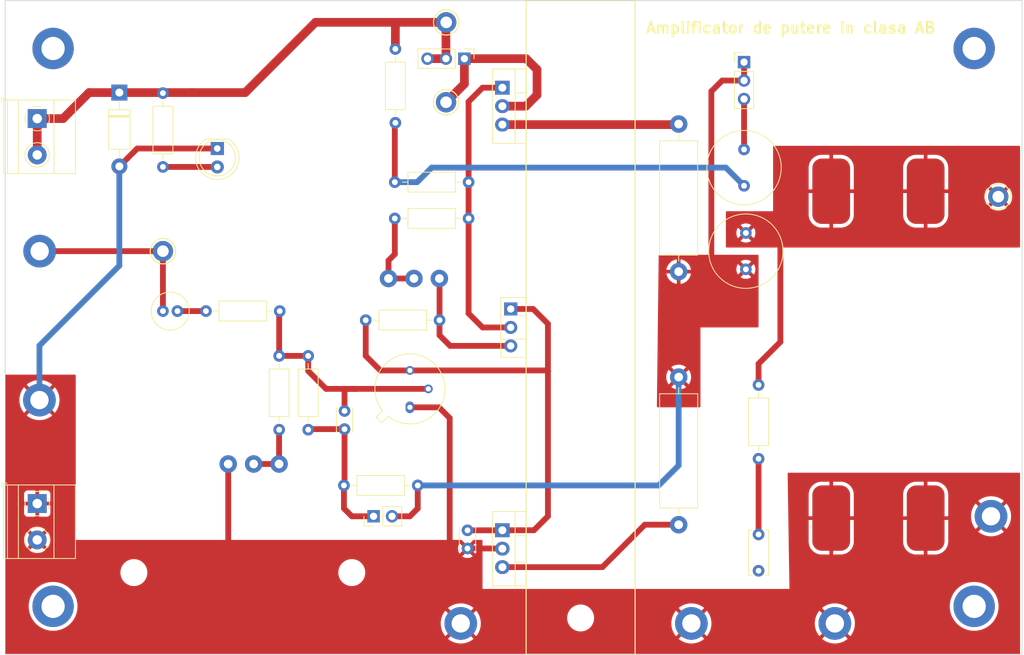
<source format=kicad_pcb>
(kicad_pcb (version 20221018) (generator pcbnew)
  (layers (0 "F.Cu" signal) (31 "B.Cu" signal) (34 "B.Paste" user) (35 "F.Paste" user) (36 "B.SilkS" user "B.Silkscreen") (37 "F.SilkS" user "F.Silkscreen") (38 "B.Mask" user) (39 "F.Mask" user) (44 "Edge.Cuts" user))
  (net 0 "")
  (net 1 "IN")
  (net 2 "Net-(C1-Pad2)")
  (net 3 "Net-(C2-Pad1)")
  (net 4 "Net-(J1-Pin_3)")
  (net 5 "Net-(J1-Pin_1)")
  (net 6 "Net-(C3-Pad2)")
  (net 7 "Net-(J3-Pin_1)")
  (net 8 "Net-(Q1-B)")
  (net 9 "GND")
  (net 10 "Net-(Q1-C)")
  (net 11 "Net-(Ccmp3-Pad2)")
  (net 12 "Net-(D1-A)")
  (net 13 "VDC")
  (net 14 "Net-(J2-Pin_1)")
  (net 15 "Net-(P1-Pad1)")
  (net 16 "Net-(Q4-B)")
  (net 17 "Net-(P2-Pad1)")
  (net 18 "Net-(Q2-B)")
  (net 19 "Net-(Q2-E)")
  (net 20 "Net-(Q3-E)")
  (footprint "Capacitor_THT:C_Radial_D10.0mm_H16.0mm_P5.00mm" (layer "F.Cu") (at 183.25 87 90)
    (fp_text reference "C3" hide)
    (fp_text value "1000uF" hide)
    (fp_circle (center 2.5 0) (end 7.62 0) (stroke (width 0.12)) (fill none) (layer "F.SilkS"))
    (pad "1" thru_hole circle (at 0 0 90) (size 1.6 1.6) (drill 0.8) (layers "*.Cu" "*.Mask") (net 5 "Net-(J1-Pin_1)"))
    (pad "2" thru_hole circle (at 5 0 90) (size 1.6 1.6) (drill 0.8) (layers "*.Cu" "*.Mask") (net 6 "Net-(C3-Pad2)"))
  )
  (footprint "Resistor_THT:R_Axial_DIN0207_L6.3mm_D2.5mm_P10.16mm_Horizontal" (layer "F.Cu") (at 119 109.08 90)
    (fp_text reference "R2" hide)
    (fp_text value "10k" hide)
    (fp_line (start 1.04 0) (end 1.81 0) (stroke (width 0.12)) (layer "F.SilkS"))
    (fp_line (start 1.81 -1.37) (end 1.81 1.37) (stroke (width 0.12)) (layer "F.SilkS"))
    (fp_line (start 1.81 1.37) (end 8.35 1.37) (stroke (width 0.12)) (layer "F.SilkS"))
    (fp_line (start 8.35 -1.37) (end 1.81 -1.37) (stroke (width 0.12)) (layer "F.SilkS"))
    (fp_line (start 8.35 1.37) (end 8.35 -1.37) (stroke (width 0.12)) (layer "F.SilkS"))
    (fp_line (start 9.12 0) (end 8.35 0) (stroke (width 0.12)) (layer "F.SilkS"))
    (pad "1" thru_hole circle (at 0 0 90) (size 1.6 1.6) (drill 0.8) (layers "*.Cu" "*.Mask") (net 17 "Net-(P2-Pad1)"))
    (pad "2" thru_hole oval (at 10.16 0 90) (size 1.6 1.6) (drill 0.8) (layers "*.Cu" "*.Mask") (net 8 "Net-(Q1-B)"))
  )
  (footprint "MountingHole:MountingHole_3.2mm_M3_ISO7380_Pad_TopBottom" (layer "F.Cu") (at 214.68 133.4)
    (fp_text reference "H1" hide)
    (fp_text value "MountingHole" hide)
    (pad "1" thru_hole circle (at 0 0) (size 3.6 3.6) (drill 3.2) (layers "*.Cu" "*.Mask"))
    (pad "1" connect circle (at 0 0) (size 5.7 5.7) (layers "F.Cu" "F.Mask"))
    (pad "1" connect circle (at 0 0) (size 5.7 5.7) (layers "B.Cu" "B.Mask"))
  )
  (footprint "User_Footprints_Global:Custom Potentiometer footprint" (layer "F.Cu") (at 115.489602 113.802184 180)
    (fp_text reference "P2" hide)
    (fp_text value "10k" hide)
    (pad "1" thru_hole circle (at -3.5 0 180) (size 2.4 2.4) (drill 1.2) (layers "*.Cu" "*.Mask") (net 17 "Net-(P2-Pad1)"))
    (pad "2" thru_hole circle (at 0 0 180) (size 2.4 2.4) (drill 1.2) (layers "*.Cu" "*.Mask") (net 17 "Net-(P2-Pad1)"))
    (pad "3" thru_hole circle (at 3.5 0 180) (size 2.4 2.4) (drill 1.2) (layers "*.Cu" "*.Mask") (net 9 "GND"))
  )
  (footprint "MountingHole:MountingHole_3.2mm_M3_ISO7380_Pad_TopBottom" (layer "F.Cu") (at 214.68 56.6)
    (fp_text reference "H3" hide)
    (fp_text value "MountingHole" hide)
    (pad "1" thru_hole circle (at 0 0) (size 3.6 3.6) (drill 3.2) (layers "*.Cu" "*.Mask"))
    (pad "1" connect circle (at 0 0) (size 5.7 5.7) (layers "F.Cu" "F.Mask"))
    (pad "1" connect circle (at 0 0) (size 5.7 5.7) (layers "B.Cu" "B.Mask"))
  )
  (footprint "User_Footprints_Global:TestPoint" (layer "F.Cu") (at 144 135.75)
    (fp_text reference "TP8" hide)
    (fp_text value "TestPoint" hide)
    (pad "1" thru_hole circle (at 0 0) (size 4.5 4.5) (drill 2.52) (layers "*.Cu" "*.Mask") (net 9 "GND"))
  )
  (footprint "MountingHole:MountingHole_3.2mm_M3_ISO7380_Pad_TopBottom" (layer "F.Cu") (at 87.88 133.4)
    (fp_text reference "H4" hide)
    (fp_text value "MountingHole" hide)
    (pad "1" thru_hole circle (at 0 0) (size 3.6 3.6) (drill 3.2) (layers "*.Cu" "*.Mask"))
    (pad "1" connect circle (at 0 0) (size 5.7 5.7) (layers "F.Cu" "F.Mask"))
    (pad "1" connect circle (at 0 0) (size 5.7 5.7) (layers "B.Cu" "B.Mask"))
  )
  (footprint "Resistor_THT:R_Axial_DIN0516_L15.5mm_D5.0mm_P20.32mm_Horizontal" (layer "F.Cu") (at 174 101.84 -90)
    (fp_text reference "R9" hide)
    (fp_text value "0.56" hide)
    (fp_line (start 1.44 0) (end 2.29 0) (stroke (width 0.12)) (layer "F.SilkS"))
    (fp_line (start 2.29 -2.62) (end 2.29 2.62) (stroke (width 0.12)) (layer "F.SilkS"))
    (fp_line (start 2.29 2.62) (end 18.03 2.62) (stroke (width 0.12)) (layer "F.SilkS"))
    (fp_line (start 18.03 -2.62) (end 2.29 -2.62) (stroke (width 0.12)) (layer "F.SilkS"))
    (fp_line (start 18.03 2.62) (end 18.03 -2.62) (stroke (width 0.12)) (layer "F.SilkS"))
    (fp_line (start 18.88 0) (end 18.03 0) (stroke (width 0.12)) (layer "F.SilkS"))
    (pad "1" thru_hole circle (at 0 0 270) (size 2.4 2.4) (drill 1.2) (layers "*.Cu" "*.Mask") (net 5 "Net-(J1-Pin_1)"))
    (pad "2" thru_hole oval (at 20.32 0 270) (size 2.4 2.4) (drill 1.2) (layers "*.Cu" "*.Mask") (net 20 "Net-(Q3-E)"))
  )
  (footprint "MountingHole:MountingHole_3.2mm_M3" (layer "F.Cu") (at 160.5 55)
    (fp_text reference "H7" hide)
    (fp_text value "MountingHole" hide)
    (pad "" np_thru_hole circle (at 0 0) (size 3.2 3.2) (drill 3.2) (layers "*.Cu" "*.Mask"))
  )
  (footprint "Resistor_THT:R_Axial_DIN0516_L15.5mm_D5.0mm_P20.32mm_Horizontal" (layer "F.Cu") (at 174 67 -90)
    (fp_text reference "R8" hide)
    (fp_text value "0.56" hide)
    (fp_line (start 1.44 0) (end 2.29 0) (stroke (width 0.12)) (layer "F.SilkS"))
    (fp_line (start 2.29 -2.62) (end 2.29 2.62) (stroke (width 0.12)) (layer "F.SilkS"))
    (fp_line (start 2.29 2.62) (end 18.03 2.62) (stroke (width 0.12)) (layer "F.SilkS"))
    (fp_line (start 18.03 -2.62) (end 2.29 -2.62) (stroke (width 0.12)) (layer "F.SilkS"))
    (fp_line (start 18.03 2.62) (end 18.03 -2.62) (stroke (width 0.12)) (layer "F.SilkS"))
    (fp_line (start 18.88 0) (end 18.03 0) (stroke (width 0.12)) (layer "F.SilkS"))
    (pad "1" thru_hole circle (at 0 0 270) (size 2.4 2.4) (drill 1.2) (layers "*.Cu" "*.Mask") (net 19 "Net-(Q2-E)"))
    (pad "2" thru_hole oval (at 20.32 0 270) (size 2.4 2.4) (drill 1.2) (layers "*.Cu" "*.Mask") (net 5 "Net-(J1-Pin_1)"))
  )
  (footprint "User_Footprints_Global:TestPoint" (layer "F.Cu") (at 217 121)
    (fp_text reference "TP7" hide)
    (fp_text value "TestPoint" hide)
    (pad "1" thru_hole circle (at 0 0) (size 4.5 4.5) (drill 2.52) (layers "*.Cu" "*.Mask") (net 9 "GND"))
  )
  (footprint "Resistor_THT:R_Axial_DIN0207_L6.3mm_D2.5mm_P10.16mm_Horizontal" (layer "F.Cu") (at 130.92 94)
    (fp_text reference "R4" hide)
    (fp_text value "3k" hide)
    (fp_line (start 1.04 0) (end 1.81 0) (stroke (width 0.12)) (layer "F.SilkS"))
    (fp_line (start 1.81 -1.37) (end 1.81 1.37) (stroke (width 0.12)) (layer "F.SilkS"))
    (fp_line (start 1.81 1.37) (end 8.35 1.37) (stroke (width 0.12)) (layer "F.SilkS"))
    (fp_line (start 8.35 -1.37) (end 1.81 -1.37) (stroke (width 0.12)) (layer "F.SilkS"))
    (fp_line (start 8.35 1.37) (end 8.35 -1.37) (stroke (width 0.12)) (layer "F.SilkS"))
    (fp_line (start 9.12 0) (end 8.35 0) (stroke (width 0.12)) (layer "F.SilkS"))
    (pad "1" thru_hole circle (at 0 0) (size 1.6 1.6) (drill 0.8) (layers "*.Cu" "*.Mask") (net 10 "Net-(Q1-C)"))
    (pad "2" thru_hole oval (at 10.16 0) (size 1.6 1.6) (drill 0.8) (layers "*.Cu" "*.Mask") (net 16 "Net-(Q4-B)"))
  )
  (footprint "Connector_PinHeader_2.54mm:PinHeader_1x03_P2.54mm_Vertical" (layer "F.Cu") (at 183 58.475)
    (fp_text reference "J1" hide)
    (fp_text value "Conn_01x03_Male" hide)
    (fp_line (start -1.33 -1.33) (end 0 -1.33) (stroke (width 0.12)) (layer "F.SilkS"))
    (fp_line (start -1.33 0) (end -1.33 -1.33) (stroke (width 0.12)) (layer "F.SilkS"))
    (fp_line (start -1.33 1.27) (end -1.33 6.41) (stroke (width 0.12)) (layer "F.SilkS"))
    (fp_line (start -1.33 1.27) (end 1.33 1.27) (stroke (width 0.12)) (layer "F.SilkS"))
    (fp_line (start -1.33 6.41) (end 1.33 6.41) (stroke (width 0.12)) (layer "F.SilkS"))
    (fp_line (start 1.33 1.27) (end 1.33 6.41) (stroke (width 0.12)) (layer "F.SilkS"))
    (pad "1" thru_hole rect (at 0 0) (size 1.7 1.7) (drill 1) (layers "*.Cu" "*.Mask") (net 5 "Net-(J1-Pin_1)"))
    (pad "2" thru_hole oval (at 0 2.54) (size 1.7 1.7) (drill 1) (layers "*.Cu" "*.Mask") (net 5 "Net-(J1-Pin_1)"))
    (pad "3" thru_hole oval (at 0 5.08) (size 1.7 1.7) (drill 1) (layers "*.Cu" "*.Mask") (net 4 "Net-(J1-Pin_3)"))
  )
  (footprint "User_Footprints_Global:TestPoint" (layer "F.Cu") (at 85.470812 105)
    (fp_text reference "TP6" hide)
    (fp_text value "TestPoint" hide)
    (pad "1" thru_hole circle (at 0.529188 0) (size 4.5 4.5) (drill 2.52) (layers "*.Cu" "*.Mask") (net 9 "GND"))
  )
  (footprint "User_Footprints_Global:Kesytone TP Multipurpose 5013" (layer "F.Cu") (at 218 77)
    (fp_text reference "TP4" hide)
    (fp_text value "TestPoint")
    (fp_circle (center 0 0) (end 1.75 0) (stroke (width 0.15)) (fill none) (layer "F.SilkS"))
    (pad "1" thru_hole circle (at 0 0) (size 2.8 2.8) (drill 1.6) (layers "*.Cu" "*.Mask") (net 6 "Net-(C3-Pad2)"))
  )
  (footprint "User_Footprints_Global:Power resistor 50R" (layer "F.Cu") (at 208 98.75 90)
    (fp_text reference "RL2" hide)
    (fp_text value "50" hide)
    (pad "1" smd roundrect (at -22.5 0 90) (size 9 5.2) (layers "F.Cu" "F.Paste" "F.Mask") (net 9 "GND"))
    (pad "2" smd roundrect (at 22.5 0 90) (size 9 5.2) (layers "F.Cu" "F.Paste" "F.Mask") (net 6 "Net-(C3-Pad2)"))
  )
  (footprint "User_Footprints_Global:TestPoint" (layer "F.Cu") (at 175.75 135.75)
    (fp_text reference "TP9" hide)
    (fp_text value "TestPoint" hide)
    (pad "1" thru_hole circle (at 0 0) (size 4.5 4.5) (drill 2.52) (layers "*.Cu" "*.Mask") (net 9 "GND"))
  )
  (footprint "Capacitor_THT:C_Radial_D5.0mm_H11.0mm_P2.00mm" (layer "F.Cu") (at 103 92.75)
    (fp_text reference "C1" hide)
    (fp_text value "22uF" hide)
    (fp_circle (center 1 0) (end 3.62 0) (stroke (width 0.12)) (fill none) (layer "F.SilkS"))
    (pad "1" thru_hole circle (at 0 0) (size 1.6 1.6) (drill 0.8) (layers "*.Cu" "*.Mask") (net 1 "IN"))
    (pad "2" thru_hole circle (at 2 0) (size 1.6 1.6) (drill 0.8) (layers "*.Cu" "*.Mask") (net 2 "Net-(C1-Pad2)"))
  )
  (footprint "Resistor_THT:R_Axial_DIN0207_L6.3mm_D2.5mm_P10.16mm_Horizontal" (layer "F.Cu") (at 135 56.67 -90)
    (fp_text reference "R7" hide)
    (fp_text value "330" hide)
    (fp_line (start 1.04 0) (end 1.81 0) (stroke (width 0.12)) (layer "F.SilkS"))
    (fp_line (start 1.81 -1.37) (end 1.81 1.37) (stroke (width 0.12)) (layer "F.SilkS"))
    (fp_line (start 1.81 1.37) (end 8.35 1.37) (stroke (width 0.12)) (layer "F.SilkS"))
    (fp_line (start 8.35 -1.37) (end 1.81 -1.37) (stroke (width 0.12)) (layer "F.SilkS"))
    (fp_line (start 8.35 1.37) (end 8.35 -1.37) (stroke (width 0.12)) (layer "F.SilkS"))
    (fp_line (start 9.12 0) (end 8.35 0) (stroke (width 0.12)) (layer "F.SilkS"))
    (pad "1" thru_hole circle (at 0 0 270) (size 1.6 1.6) (drill 0.8) (layers "*.Cu" "*.Mask") (net 13 "VDC"))
    (pad "2" thru_hole oval (at 10.16 0 270) (size 1.6 1.6) (drill 0.8) (layers "*.Cu" "*.Mask") (net 3 "Net-(C2-Pad1)"))
  )
  (footprint "User_Footprints_Global:Kesytone TP Multipurpose 5013" (layer "F.Cu") (at 142 53)
    (fp_text reference "TP2" hide)
    (fp_text value "TestPoint")
    (fp_circle (center 0 0) (end 1.75 0) (stroke (width 0.15)) (fill none) (layer "F.SilkS"))
    (pad "1" thru_hole circle (at 0 0) (size 2.8 2.8) (drill 1.6) (layers "*.Cu" "*.Mask") (net 13 "VDC"))
  )
  (footprint "Resistor_THT:R_Axial_DIN0207_L6.3mm_D2.5mm_P10.16mm_Horizontal" (layer "F.Cu") (at 108.92 92.75)
    (fp_text reference "R1" hide)
    (fp_text value "20k" hide)
    (fp_line (start 1.04 0) (end 1.81 0) (stroke (width 0.12)) (layer "F.SilkS"))
    (fp_line (start 1.81 -1.37) (end 1.81 1.37) (stroke (width 0.12)) (layer "F.SilkS"))
    (fp_line (start 1.81 1.37) (end 8.35 1.37) (stroke (width 0.12)) (layer "F.SilkS"))
    (fp_line (start 8.35 -1.37) (end 1.81 -1.37) (stroke (width 0.12)) (layer "F.SilkS"))
    (fp_line (start 8.35 1.37) (end 8.35 -1.37) (stroke (width 0.12)) (layer "F.SilkS"))
    (fp_line (start 9.12 0) (end 8.35 0) (stroke (width 0.12)) (layer "F.SilkS"))
    (pad "1" thru_hole circle (at 0 0) (size 1.6 1.6) (drill 0.8) (layers "*.Cu" "*.Mask") (net 2 "Net-(C1-Pad2)"))
    (pad "2" thru_hole oval (at 10.16 0) (size 1.6 1.6) (drill 0.8) (layers "*.Cu" "*.Mask") (net 8 "Net-(Q1-B)"))
  )
  (footprint "Resistor_THT:R_Axial_DIN0207_L6.3mm_D2.5mm_P10.16mm_Horizontal" (layer "F.Cu") (at 103 62.744485 -90)
    (fp_text reference "R10" hide)
    (fp_text value "5 k" hide)
    (fp_line (start 1.04 0) (end 1.81 0) (stroke (width 0.12)) (layer "F.SilkS"))
    (fp_line (start 1.81 -1.37) (end 1.81 1.37) (stroke (width 0.12)) (layer "F.SilkS"))
    (fp_line (start 1.81 1.37) (end 8.35 1.37) (stroke (width 0.12)) (layer "F.SilkS"))
    (fp_line (start 8.35 -1.37) (end 1.81 -1.37) (stroke (width 0.12)) (layer "F.SilkS"))
    (fp_line (start 8.35 1.37) (end 8.35 -1.37) (stroke (width 0.12)) (layer "F.SilkS"))
    (fp_line (start 9.12 0) (end 8.35 0) (stroke (width 0.12)) (layer "F.SilkS"))
    (pad "1" thru_hole circle (at 0 0 270) (size 1.6 1.6) (drill 0.8) (layers "*.Cu" "*.Mask") (net 13 "VDC"))
    (pad "2" thru_hole oval (at 10.16 0 270) (size 1.6 1.6) (drill 0.8) (layers "*.Cu" "*.Mask") (net 12 "Net-(D1-A)"))
  )
  (footprint "Package_TO_SOT_THT:TO-220-3_Vertical" (layer "F.Cu") (at 149.73 122.92 -90)
    (fp_text reference "Q3" hide)
    (fp_text value "BDX54" hide)
    (fp_line (start -2.58 -3.27) (end -2.58 1.371) (stroke (width 0.12)) (layer "F.SilkS"))
    (fp_line (start -2.58 -3.27) (end 7.66 -3.27) (stroke (width 0.12)) (layer "F.SilkS"))
    (fp_line (start -2.58 -1.76) (end 7.66 -1.76) (stroke (width 0.12)) (layer "F.SilkS"))
    (fp_line (start -2.58 1.371) (end 7.66 1.371) (stroke (width 0.12)) (layer "F.SilkS"))
    (fp_line (start 0.69 -3.27) (end 0.69 -1.76) (stroke (width 0.12)) (layer "F.SilkS"))
    (fp_line (start 4.391 -3.27) (end 4.391 -1.76) (stroke (width 0.12)) (layer "F.SilkS"))
    (fp_line (start 7.66 -3.27) (end 7.66 1.371) (stroke (width 0.12)) (layer "F.SilkS"))
    (pad "1" thru_hole rect (at 0 0 270) (size 1.905 2) (drill 1.1) (layers "*.Cu" "*.Mask") (net 10 "Net-(Q1-C)"))
    (pad "2" thru_hole oval (at 2.54 0 270) (size 1.905 2) (drill 1.1) (layers "*.Cu" "*.Mask") (net 9 "GND"))
    (pad "3" thru_hole oval (at 5.08 0 270) (size 1.905 2) (drill 1.1) (layers "*.Cu" "*.Mask") (net 20 "Net-(Q3-E)"))
  )
  (footprint "TerminalBlock_Phoenix:TerminalBlock_Phoenix_MKDS-1,5-2_1x02_P5.00mm_Horizontal" (layer "F.Cu") (at 85.695 119.25 -90)
    (fp_text reference "J5" hide)
    (fp_text value "Screw_Terminal_01x02" hide)
    (fp_line (start -2.8 4.16) (end -2.8 4.9) (stroke (width 0.12)) (layer "F.SilkS"))
    (fp_line (start -2.8 4.9) (end -2.3 4.9) (stroke (width 0.12)) (layer "F.SilkS"))
    (fp_line (start -2.56 -5.261) (end -2.56 4.66) (stroke (width 0.12)) (layer "F.SilkS"))
    (fp_line (start -2.56 -5.261) (end 7.56 -5.261) (stroke (width 0.12)) (layer "F.SilkS"))
    (fp_line (start -2.56 -2.301) (end 7.56 -2.301) (stroke (width 0.12)) (layer "F.SilkS"))
    (fp_line (start -2.56 2.6) (end 7.56 2.6) (stroke (width 0.12)) (layer "F.SilkS"))
    (fp_line (start -2.56 4.1) (end 7.56 4.1) (stroke (width 0.12)) (layer "F.SilkS"))
    (fp_line (start -2.56 4.66) (end 7.56 4.66) (stroke (width 0.12)) (layer "F.SilkS"))
    (fp_line (start 3.773 1.023) (end 3.726 1.069) (stroke (width 0.12)) (layer "F.SilkS"))
    (fp_line (start 3.966 1.239) (end 3.931 1.274) (stroke (width 0.12)) (layer "F.SilkS"))
    (fp_line (start 6.07 -1.275) (end 6.035 -1.239) (stroke (width 0.12)) (layer "F.SilkS"))
    (fp_line (start 6.275 -1.069) (end 6.228 -1.023) (stroke (width 0.12)) (layer "F.SilkS"))
    (fp_line (start 7.56 -5.261) (end 7.56 4.66) (stroke (width 0.12)) (layer "F.SilkS"))
    (fp_arc (start -1.535427 0.683042) (mid -1.680501 -0.000524) (end -1.535 -0.684) (stroke (width 0.12)) (layer "F.SilkS"))
    (fp_arc (start -0.683042 -1.535427) (mid 0.000524 -1.680501) (end 0.684 -1.535) (stroke (width 0.12)) (layer "F.SilkS"))
    (fp_arc (start 0.028805 1.680253) (mid -0.335551 1.646659) (end -0.684 1.535) (stroke (width 0.12)) (layer "F.SilkS"))
    (fp_arc (start 0.683318 1.534756) (mid 0.349292 1.643288) (end 0 1.68) (stroke (width 0.12)) (layer "F.SilkS"))
    (fp_arc (start 1.535427 -0.683042) (mid 1.680501 0.000524) (end 1.535 0.684) (stroke (width 0.12)) (layer "F.SilkS"))
    (fp_circle (center 5 0) (end 6.68 0) (stroke (width 0.12)) (fill none) (layer "F.SilkS"))
    (pad "1" thru_hole rect (at 0 0 270) (size 2.6 2.6) (drill 1.3) (layers "*.Cu" "*.Mask") (net 9 "GND"))
    (pad "2" thru_hole circle (at 5 0 270) (size 2.6 2.6) (drill 1.3) (layers "*.Cu" "*.Mask") (net 9 "GND"))
  )
  (footprint "User_Footprints_Global:Custom Potentiometer footprint" (layer "F.Cu") (at 137.555906 88.264202)
    (fp_text reference "P1" hide)
    (fp_text value "5k" hide)
    (pad "1" thru_hole circle (at -3.5 0) (size 2.4 2.4) (drill 1.2) (layers "*.Cu" "*.Mask") (net 15 "Net-(P1-Pad1)"))
    (pad "2" thru_hole circle (at 0 0) (size 2.4 2.4) (drill 1.2) (layers "*.Cu" "*.Mask") (net 15 "Net-(P1-Pad1)"))
    (pad "3" thru_hole circle (at 3.5 0) (size 2.4 2.4) (drill 1.2) (layers "*.Cu" "*.Mask") (net 16 "Net-(Q4-B)"))
  )
  (footprint "Resistor_THT:R_Axial_DIN0207_L6.3mm_D2.5mm_P10.16mm_Horizontal" (layer "F.Cu") (at 185 113.08 90)
    (fp_text reference "Rcmp2" hide)
    (fp_text value "10" hide)
    (fp_line (start 1.04 0) (end 1.81 0) (stroke (width 0.12)) (layer "F.SilkS"))
    (fp_line (start 1.81 -1.37) (end 1.81 1.37) (stroke (width 0.12)) (layer "F.SilkS"))
    (fp_line (start 1.81 1.37) (end 8.35 1.37) (stroke (width 0.12)) (layer "F.SilkS"))
    (fp_line (start 8.35 -1.37) (end 1.81 -1.37) (stroke (width 0.12)) (layer "F.SilkS"))
    (fp_line (start 8.35 1.37) (end 8.35 -1.37) (stroke (width 0.12)) (layer "F.SilkS"))
    (fp_line (start 9.12 0) (end 8.35 0) (stroke (width 0.12)) (layer "F.SilkS"))
    (pad "1" thru_hole circle (at 0 0 90) (size 1.6 1.6) (drill 0.8) (layers "*.Cu" "*.Mask") (net 11 "Net-(Ccmp3-Pad2)"))
    (pad "2" thru_hole oval (at 10.16 0 90) (size 1.6 1.6) (drill 0.8) (layers "*.Cu" "*.Mask") (net 6 "Net-(C3-Pad2)"))
  )
  (footprint "User_Footprints_Global:Kesytone TP Multipurpose 5013" (layer "F.Cu") (at 103 84.5)
    (fp_text reference "TP1" hide)
    (fp_text value "TestPoint" hide)
    (fp_circle (center 0 0) (end 1.75 0) (stroke (width 0.15)) (fill none) (layer "F.SilkS"))
    (pad "1" thru_hole circle (at 0 0) (size 2.8 2.8) (drill 1.6) (layers "*.Cu" "*.Mask") (net 1 "IN"))
  )
  (footprint "Capacitor_THT:C_Radial_D10.0mm_H20.0mm_P5.00mm" (layer "F.Cu") (at 183 75.5 90)
    (fp_text reference "C2" hide)
    (fp_text value "680uF" hide)
    (fp_circle (center 2.5 0) (end 7.62 0) (stroke (width 0.12)) (fill none) (layer "F.SilkS"))
    (pad "1" thru_hole circle (at 0 0 90) (size 1.6 1.6) (drill 0.8) (layers "*.Cu" "*.Mask") (net 3 "Net-(C2-Pad1)"))
    (pad "2" thru_hole circle (at 5 0 90) (size 1.6 1.6) (drill 0.8) (layers "*.Cu" "*.Mask") (net 4 "Net-(J1-Pin_3)"))
  )
  (footprint "MountingHole:MountingHole_3.2mm_M3" (layer "F.Cu") (at 129 128.75)
    (fp_text reference "H5" hide)
    (fp_text value "MountingHole" hide)
    (pad "" np_thru_hole circle (at 0 0) (size 3.2 3.2) (drill 3.2) (layers "*.Cu" "*.Mask"))
  )
  (footprint "Diode_THT:D_DO-41_SOD81_P10.16mm_Horizontal" (layer "F.Cu") (at 97 62.67 -90)
    (fp_text reference "D2" hide)
    (fp_text value "1N4001" hide)
    (fp_line (start 1.34 0) (end 2.36 0) (stroke (width 0.12)) (layer "F.SilkS"))
    (fp_line (start 2.36 -1.47) (end 2.36 1.47) (stroke (width 0.12)) (layer "F.SilkS"))
    (fp_line (start 2.36 1.47) (end 7.8 1.47) (stroke (width 0.12)) (layer "F.SilkS"))
    (fp_line (start 3.14 -1.47) (end 3.14 1.47) (stroke (width 0.12)) (layer "F.SilkS"))
    (fp_line (start 3.26 -1.47) (end 3.26 1.47) (stroke (width 0.12)) (layer "F.SilkS"))
    (fp_line (start 3.38 -1.47) (end 3.38 1.47) (stroke (width 0.12)) (layer "F.SilkS"))
    (fp_line (start 7.8 -1.47) (end 2.36 -1.47) (stroke (width 0.12)) (layer "F.SilkS"))
    (fp_line (start 7.8 1.47) (end 7.8 -1.47) (stroke (width 0.12)) (layer "F.SilkS"))
    (fp_line (start 8.82 0) (end 7.8 0) (stroke (width 0.12)) (layer "F.SilkS"))
    (pad "1" thru_hole rect (at 0 0 270) (size 2.2 2.2) (drill 1.1) (layers "*.Cu" "*.Mask") (net 13 "VDC"))
    (pad "2" thru_hole oval (at 10.16 0 270) (size 2.2 2.2) (drill 1.1) (layers "*.Cu" "*.Mask") (net 9 "GND"))
  )
  (footprint "Resistor_THT:R_Axial_DIN0207_L6.3mm_D2.5mm_P10.16mm_Horizontal" (layer "F.Cu") (at 134.92 80)
    (fp_text reference "R5" hide)
    (fp_text value "330" hide)
    (fp_line (start 1.04 0) (end 1.81 0) (stroke (width 0.12)) (layer "F.SilkS"))
    (fp_line (start 1.81 -1.37) (end 1.81 1.37) (stroke (width 0.12)) (layer "F.SilkS"))
    (fp_line (start 1.81 1.37) (end 8.35 1.37) (stroke (width 0.12)) (layer "F.SilkS"))
    (fp_line (start 8.35 -1.37) (end 1.81 -1.37) (stroke (width 0.12)) (layer "F.SilkS"))
    (fp_line (start 8.35 1.37) (end 8.35 -1.37) (stroke (width 0.12)) (layer "F.SilkS"))
    (fp_line (start 9.12 0) (end 8.35 0) (stroke (width 0.12)) (layer "F.SilkS"))
    (pad "1" thru_hole circle (at 0 0) (size 1.6 1.6) (drill 0.8) (layers "*.Cu" "*.Mask") (net 15 "Net-(P1-Pad1)"))
    (pad "2" thru_hole oval (at 10.16 0) (size 1.6 1.6) (drill 0.8) (layers "*.Cu" "*.Mask") (net 18 "Net-(Q2-B)"))
  )
  (footprint "MountingHole:MountingHole_3.2mm_M3_ISO7380_Pad_TopBottom" (layer "F.Cu") (at 87.88 56.6)
    (fp_text reference "H2" hide)
    (fp_text value "MountingHole" hide)
    (pad "1" thru_hole circle (at 0 0) (size 3.6 3.6) (drill 3.2) (layers "*.Cu" "*.Mask"))
    (pad "1" connect circle (at 0 0) (size 5.7 5.7) (layers "F.Cu" "F.Mask"))
    (pad "1" connect circle (at 0 0) (size 5.7 5.7) (layers "B.Cu" "B.Mask"))
  )
  (footprint "Capacitor_THT:C_Disc_D3.0mm_W2.0mm_P2.50mm" (layer "F.Cu") (at 144.928046 125.430694 90)
    (fp_text reference "Ccmp2" hide)
    (fp_text value "100pF" hide)
    (fp_line (start -0.37 -1.12) (end -0.37 -1.055) (stroke (width 0.12)) (layer "F.SilkS"))
    (fp_line (start -0.37 -1.12) (end 2.87 -1.12) (stroke (width 0.12)) (layer "F.SilkS"))
    (fp_line (start -0.37 1.055) (end -0.37 1.12) (stroke (width 0.12)) (layer "F.SilkS"))
    (fp_line (start -0.37 1.12) (end 2.87 1.12) (stroke (width 0.12)) (layer "F.SilkS"))
    (fp_line (start 2.87 -1.12) (end 2.87 -1.055) (stroke (width 0.12)) (layer "F.SilkS"))
    (fp_line (start 2.87 1.055) (end 2.87 1.12) (stroke (width 0.12)) (layer "F.SilkS"))
    (pad "1" thru_hole circle (at 0 0 90) (size 1.6 1.6) (drill 0.8) (layers "*.Cu" "*.Mask") (net 9 "GND"))
    (pad "2" thru_hole circle (at 2.5 0 90) (size 1.6 1.6) (drill 0.8) (layers "*.Cu" "*.Mask") (net 10 "Net-(Q1-C)"))
  )
  (footprint "Resistor_THT:R_Axial_DIN0207_L6.3mm_D2.5mm_P10.16mm_Horizontal" (layer "F.Cu") (at 145.08 75 180)
    (fp_text reference "R6" hide)
    (fp_text value "1.2k" hide)
    (fp_line (start 1.04 0) (end 1.81 0) (stroke (width 0.12)) (layer "F.SilkS"))
    (fp_line (start 1.81 -1.37) (end 1.81 1.37) (stroke (width 0.12)) (layer "F.SilkS"))
    (fp_line (start 1.81 1.37) (end 8.35 1.37) (stroke (width 0.12)) (layer "F.SilkS"))
    (fp_line (start 8.35 -1.37) (end 1.81 -1.37) (stroke (width 0.12)) (layer "F.SilkS"))
    (fp_line (start 8.35 1.37) (end 8.35 -1.37) (stroke (width 0.12)) (layer "F.SilkS"))
    (fp_line (start 9.12 0) (end 8.35 0) (stroke (width 0.12)) (layer "F.SilkS"))
    (pad "1" thru_hole circle (at 0 0 180) (size 1.6 1.6) (drill 0.8) (layers "*.Cu" "*.Mask") (net 18 "Net-(Q2-B)"))
    (pad "2" thru_hole oval (at 10.16 0 180) (size 1.6 1.6) (drill 0.8) (layers "*.Cu" "*.Mask") (net 3 "Net-(C2-Pad1)"))
  )
  (footprint "Package_TO_SOT_THT:TO-126-3_Vertical" (layer "F.Cu") (at 150.88 92.46 -90)
    (fp_text reference "Q4" hide)
    (fp_text value "BD135" hide)
    (fp_line (start -1.58 -2.12) (end -1.58 1.37) (stroke (width 0.12)) (layer "F.SilkS"))
    (fp_line (start -1.58 -2.12) (end 6.66 -2.12) (stroke (width 0.12)) (layer "F.SilkS"))
    (fp_line (start -1.58 1.37) (end 6.66 1.37) (stroke (width 0.12)) (layer "F.SilkS"))
    (fp_line (start 0.94 -2.12) (end 0.94 -1.05) (stroke (width 0.12)) (layer "F.SilkS"))
    (fp_line (start 0.94 1.05) (end 0.94 1.37) (stroke (width 0.12)) (layer "F.SilkS"))
    (fp_line (start 4.141 -2.12) (end 4.141 -0.54) (stroke (width 0.12)) (layer "F.SilkS"))
    (fp_line (start 4.141 0.54) (end 4.141 1.37) (stroke (width 0.12)) (layer "F.SilkS"))
    (fp_line (start 6.66 -2.12) (end 6.66 1.37) (stroke (width 0.12)) (layer "F.SilkS"))
    (pad "1" thru_hole rect (at 0 0 270) (size 1.8 1.8) (drill 1) (layers "*.Cu" "*.Mask") (net 10 "Net-(Q1-C)"))
    (pad "2" thru_hole oval (at 2.54 0 270) (size 1.8 1.8) (drill 1) (layers "*.Cu" "*.Mask") (net 18 "Net-(Q2-B)"))
    (pad "3" thru_hole oval (at 5.08 0 270) (size 1.8 1.8) (drill 1) (layers "*.Cu" "*.Mask") (net 16 "Net-(Q4-B)"))
  )
  (footprint "Resistor_THT:R_Axial_DIN0207_L6.3mm_D2.5mm_P10.16mm_Horizontal" (layer "F.Cu") (at 123 98.92 -90)
    (fp_text reference "R3" hide)
    (fp_text value "120k" hide)
    (fp_line (start 1.04 0) (end 1.81 0) (stroke (width 0.12)) (layer "F.SilkS"))
    (fp_line (start 1.81 -1.37) (end 1.81 1.37) (stroke (width 0.12)) (layer "F.SilkS"))
    (fp_line (start 1.81 1.37) (end 8.35 1.37) (stroke (width 0.12)) (layer "F.SilkS"))
    (fp_line (start 8.35 -1.37) (end 1.81 -1.37) (stroke (width 0.12)) (layer "F.SilkS"))
    (fp_line (start 8.35 1.37) (end 8.35 -1.37) (stroke (width 0.12)) (layer "F.SilkS"))
    (fp_line (start 9.12 0) (end 8.35 0) (stroke (width 0.12)) (layer "F.SilkS"))
    (pad "1" thru_hole circle (at 0 0 270) (size 1.6 1.6) (drill 0.8) (layers "*.Cu" "*.Mask") (net 8 "Net-(Q1-B)"))
    (pad "2" thru_hole oval (at 10.16 0 270) (size 1.6 1.6) (drill 0.8) (layers "*.Cu" "*.Mask") (net 7 "Net-(J3-Pin_1)"))
  )
  (footprint "User_Footprints_Global:TestPoint" (layer "F.Cu") (at 195.5 135.75)
    (fp_text reference "TP5" hide)
    (fp_text value "TestPoint" hide)
    (pad "1" thru_hole circle (at 0 0) (size 4.5 4.5) (drill 2.52) (layers "*.Cu" "*.Mask") (net 9 "GND"))
  )
  (footprint "MountingHole:MountingHole_3.2mm_M3" (layer "F.Cu") (at 160.5 135)
    (fp_text reference "H6" hide)
    (fp_text value "MountingHole" hide)
    (pad "" np_thru_hole circle (at 0 0) (size 3.2 3.2) (drill 3.2) (layers "*.Cu" "*.Mask"))
  )
  (footprint "Connector_PinHeader_2.54mm:PinHeader_1x02_P2.54mm_Vertical" (layer "F.Cu") (at 132 121 90)
    (fp_text reference "J3" hide)
    (fp_text value "Conn_01x02_Male" hide)
    (fp_line (start -1.33 -1.33) (end 0 -1.33) (stroke (width 0.12)) (layer "F.SilkS"))
    (fp_line (start -1.33 0) (end -1.33 -1.33) (stroke (width 0.12)) (layer "F.SilkS"))
    (fp_line (start -1.33 1.27) (end -1.33 3.87) (stroke (width 0.12)) (layer "F.SilkS"))
    (fp_line (start -1.33 1.27) (end 1.33 1.27) (stroke (width 0.12)) (layer "F.SilkS"))
    (fp_line (start -1.33 3.87) (end 1.33 3.87) (stroke (width 0.12)) (layer "F.SilkS"))
    (fp_line (start 1.33 1.27) (end 1.33 3.87) (stroke (width 0.12)) (layer "F.SilkS"))
    (pad "1" thru_hole rect (at 0 0 90) (size 1.7 1.7) (drill 1) (layers "*.Cu" "*.Mask") (net 7 "Net-(J3-Pin_1)"))
    (pad "2" thru_hole oval (at 0 2.54 90) (size 1.7 1.7) (drill 1) (layers "*.Cu" "*.Mask") (net 5 "Net-(J1-Pin_1)"))
  )
  (footprint "Capacitor_THT:C_Disc_D6.0mm_W2.5mm_P5.00mm" (layer "F.Cu") (at 185 128.5 90)
    (fp_text reference "Ccmp3" hide)
    (fp_text value "100nF" hide)
    (fp_line (start -0.62 -1.37) (end -0.62 -0.925) (stroke (width 0.12)) (layer "F.SilkS"))
    (fp_line (start -0.62 -1.37) (end 5.62 -1.37) (stroke (width 0.12)) (layer "F.SilkS"))
    (fp_line (start -0.62 0.925) (end -0.62 1.37) (stroke (width 0.12)) (layer "F.SilkS"))
    (fp_line (start -0.62 1.37) (end 5.62 1.37) (stroke (width 0.12)) (layer "F.SilkS"))
    (fp_line (start 5.62 -1.37) (end 5.62 -0.925) (stroke (width 0.12)) (layer "F.SilkS"))
    (fp_line (start 5.62 0.925) (end 5.62 1.37) (stroke (width 0.12)) (layer "F.SilkS"))
    (pad "1" thru_hole circle (at 0 0 90) (size 1.6 1.6) (drill 0.8) (layers "*.Cu" "*.Mask") (net 9 "GND"))
    (pad "2" thru_hole circle (at 5 0 90) (size 1.6 1.6) (drill 0.8) (layers "*.Cu" "*.Mask") (net 11 "Net-(Ccmp3-Pad2)"))
  )
  (footprint "TerminalBlock_Phoenix:TerminalBlock_Phoenix_MKDS-1,5-2_1x02_P5.00mm_Horizontal" (layer "F.Cu") (at 85.695 66.25 -90)
    (fp_text reference "J4" hide)
    (fp_text value "Screw_Terminal_01x02" hide)
    (fp_line (start -2.8 4.16) (end -2.8 4.9) (stroke (width 0.12)) (layer "F.SilkS"))
    (fp_line (start -2.8 4.9) (end -2.3 4.9) (stroke (width 0.12)) (layer "F.SilkS"))
    (fp_line (start -2.56 -5.261) (end -2.56 4.66) (stroke (width 0.12)) (layer "F.SilkS"))
    (fp_line (start -2.56 -5.261) (end 7.56 -5.261) (stroke (width 0.12)) (layer "F.SilkS"))
    (fp_line (start -2.56 -2.301) (end 7.56 -2.301) (stroke (width 0.12)) (layer "F.SilkS"))
    (fp_line (start -2.56 2.6) (end 7.56 2.6) (stroke (width 0.12)) (layer "F.SilkS"))
    (fp_line (start -2.56 4.1) (end 7.56 4.1) (stroke (width 0.12)) (layer "F.SilkS"))
    (fp_line (start -2.56 4.66) (end 7.56 4.66) (stroke (width 0.12)) (layer "F.SilkS"))
    (fp_line (start 3.773 1.023) (end 3.726 1.069) (stroke (width 0.12)) (layer "F.SilkS"))
    (fp_line (start 3.966 1.239) (end 3.931 1.274) (stroke (width 0.12)) (layer "F.SilkS"))
    (fp_line (start 6.07 -1.275) (end 6.035 -1.239) (stroke (width 0.12)) (layer "F.SilkS"))
    (fp_line (start 6.275 -1.069) (end 6.228 -1.023) (stroke (width 0.12)) (layer "F.SilkS"))
    (fp_line (start 7.56 -5.261) (end 7.56 4.66) (stroke (width 0.12)) (layer "F.SilkS"))
    (fp_arc (start -1.535427 0.683042) (mid -1.680501 -0.000524) (end -1.535 -0.684) (stroke (width 0.12)) (layer "F.SilkS"))
    (fp_arc (start -0.683042 -1.535427) (mid 0.000524 -1.680501) (end 0.684 -1.535) (stroke (width 0.12)) (layer "F.SilkS"))
    (fp_arc (start 0.028805 1.680253) (mid -0.335551 1.646659) (end -0.684 1.535) (stroke (width 0.12)) (layer "F.SilkS"))
    (fp_arc (start 0.683318 1.534756) (mid 0.349292 1.643288) (end 0 1.68) (stroke (width 0.12)) (layer "F.SilkS"))
    (fp_arc (start 1.535427 -0.683042) (mid 1.680501 0.000524) (end 1.535 0.684) (stroke (width 0.12)) (layer "F.SilkS"))
    (fp_circle (center 5 0) (end 6.68 0) (stroke (width 0.12)) (fill none) (layer "F.SilkS"))
    (pad "1" thru_hole rect (at 0 0 270) (size 2.6 2.6) (drill 1.3) (layers "*.Cu" "*.Mask") (net 13 "VDC"))
    (pad "2" thru_hole circle (at 5 0 270) (size 2.6 2.6) (drill 1.3) (layers "*.Cu" "*.Mask") (net 13 "VDC"))
  )
  (footprint "LED_THT:LED_D5.0mm" (layer "F.Cu") (at 110.485875 70.368925 -90)
    (fp_text reference "D1" hide)
    (fp_text value "LED" hide)
    (fp_line (start -1.29 -1.545) (end -1.29 1.545) (stroke (width 0.12)) (layer "F.SilkS"))
    (fp_arc (start -1.29 -1.54483) (mid 2.072002 -2.880433) (end 4.26 0.000462) (stroke (width 0.12)) (layer "F.SilkS"))
    (fp_arc (start 4.26 -0.000462) (mid 2.072002 2.880433) (end -1.29 1.54483) (stroke (width 0.12)) (layer "F.SilkS"))
    (fp_circle (center 1.27 0) (end 3.77 0) (stroke (width 0.12)) (fill none) (layer "F.SilkS"))
    (pad "1" thru_hole rect (at 0 0 270) (size 1.8 1.8) (drill 0.9) (layers "*.Cu" "*.Mask") (net 9 "GND"))
    (pad "2" thru_hole circle (at 2.54 0 270) (size 1.8 1.8) (drill 0.9) (layers "*.Cu" "*.Mask") (net 12 "Net-(D1-A)"))
  )
  (footprint "Connector_PinHeader_2.54mm:PinHeader_1x03_P2.54mm_Vertical" (layer "F.Cu") (at 144.5 58 -90)
    (fp_text reference "J2" hide)
    (fp_text value "Conn_01x03_Male" hide)
    (fp_line (start -1.33 -1.33) (end 0 -1.33) (stroke (width 0.12)) (layer "F.SilkS"))
    (fp_line (start -1.33 0) (end -1.33 -1.33) (stroke (width 0.12)) (layer "F.SilkS"))
    (fp_line (start -1.33 1.27) (end -1.33 6.41) (stroke (width 0.12)) (layer "F.SilkS"))
    (fp_line (start -1.33 1.27) (end 1.33 1.27) (stroke (width 0.12)) (layer "F.SilkS"))
    (fp_line (start -1.33 6.41) (end 1.33 6.41) (stroke (width 0.12)) (layer "F.SilkS"))
    (fp_line (start 1.33 1.27) (end 1.33 6.41) (stroke (width 0.12)) (layer "F.SilkS"))
    (pad "1" thru_hole rect (at 0 0 270) (size 1.7 1.7) (drill 1) (layers "*.Cu" "*.Mask") (net 14 "Net-(J2-Pin_1)"))
    (pad "2" thru_hole oval (at 0 2.54 270) (size 1.7 1.7) (drill 1) (layers "*.Cu" "*.Mask") (net 13 "VDC"))
    (pad "3" thru_hole oval (at 0 5.08 270) (size 1.7 1.7) (drill 1) (layers "*.Cu" "*.Mask") (net 13 "VDC"))
  )
  (footprint "User_Footprints_Global:Power resistor 50R" (layer "F.Cu") (at 195 98.75 90)
    (fp_text reference "RL1" hide)
    (fp_text value "50" hide)
    (pad "1" smd roundrect (at -22.5 0 90) (size 9 5.2) (layers "F.Cu" "F.Paste" "F.Mask") (net 9 "GND"))
    (pad "2" smd roundrect (at 22.5 0 90) (size 9 5.2) (layers "F.Cu" "F.Paste" "F.Mask") (net 6 "Net-(C3-Pad2)"))
  )
  (footprint "User_Footprints_Global:Kesytone TP Multipurpose 5013" (layer "F.Cu") (at 141.975 64)
    (fp_text reference "TP3" hide)
    (fp_text value "TestPoint")
    (fp_circle (center 0 0) (end 1.75 0) (stroke (width 0.15)) (fill none) (layer "F.SilkS"))
    (pad "1" thru_hole circle (at 0 0) (size 2.8 2.8) (drill 1.6) (layers "*.Cu" "*.Mask") (net 14 "Net-(J2-Pin_1)"))
  )
  (footprint "User_Footprints_Global:TestPoint" (layer "F.Cu") (at 86.029188 84.5)
    (fp_text reference "J6" hide)
    (fp_text value "Conn_01x01_Male" hide)
    (pad "1" thru_hole circle (at 0 0) (size 4.5 4.5) (drill 2.52) (layers "*.Cu" "*.Mask") (net 1 "IN"))
  )
  (footprint "Resistor_THT:R_Axial_DIN0207_L6.3mm_D2.5mm_P10.16mm_Horizontal" (layer "F.Cu") (at 127.92 116.75)
    (fp_text reference "Rcmp1" hide)
    (fp_text value "120k" hide)
    (fp_line (start 1.04 0) (end 1.81 0) (stroke (width 0.12)) (layer "F.SilkS"))
    (fp_line (start 1.81 -1.37) (end 1.81 1.37) (stroke (width 0.12)) (layer "F.SilkS"))
    (fp_line (start 1.81 1.37) (end 8.35 1.37) (stroke (width 0.12)) (layer "F.SilkS"))
    (fp_line (start 8.35 -1.37) (end 1.81 -1.37) (stroke (width 0.12)) (layer "F.SilkS"))
    (fp_line (start 8.35 1.37) (end 8.35 -1.37) (stroke (width 0.12)) (layer "F.SilkS"))
    (fp_line (start 9.12 0) (end 8.35 0) (stroke (width 0.12)) (layer "F.SilkS"))
    (pad "1" thru_hole circle (at 0 0) (size 1.6 1.6) (drill 0.8) (layers "*.Cu" "*.Mask") (net 7 "Net-(J3-Pin_1)"))
    (pad "2" thru_hole oval (at 10.16 0) (size 1.6 1.6) (drill 0.8) (layers "*.Cu" "*.Mask") (net 5 "Net-(J1-Pin_1)"))
  )
  (footprint "MountingHole:MountingHole_3.2mm_M3" (layer "F.Cu") (at 99 128.75)
    (fp_text reference "H8" hide)
    (fp_text value "MountingHole" hide)
    (pad "" np_thru_hole circle (at 0 0) (size 3.2 3.2) (drill 3.2) (layers "*.Cu" "*.Mask"))
  )
  (footprint "Capacitor_THT:C_Disc_D3.0mm_W2.0mm_P2.50mm" (layer "F.Cu") (at 128 109 90)
    (fp_text reference "Ccmp1" hide)
    (fp_text value "100pF" hide)
    (fp_line (start -0.37 -1.12) (end -0.37 -1.055) (stroke (width 0.12)) (layer "F.SilkS"))
    (fp_line (start -0.37 -1.12) (end 2.87 -1.12) (stroke (width 0.12)) (layer "F.SilkS"))
    (fp_line (start -0.37 1.055) (end -0.37 1.12) (stroke (width 0.12)) (layer "F.SilkS"))
    (fp_line (start -0.37 1.12) (end 2.87 1.12) (stroke (width 0.12)) (layer "F.SilkS"))
    (fp_line (start 2.87 -1.12) (end 2.87 -1.055) (stroke (width 0.12)) (layer "F.SilkS"))
    (fp_line (start 2.87 1.055) (end 2.87 1.12) (stroke (width 0.12)) (layer "F.SilkS"))
    (pad "1" thru_hole circle (at 0 0 90) (size 1.6 1.6) (drill 0.8) (layers "*.Cu" "*.Mask") (net 7 "Net-(J3-Pin_1)"))
    (pad "2" thru_hole circle (at 2.5 0 90) (size 1.6 1.6) (drill 0.8) (layers "*.Cu" "*.Mask") (net 8 "Net-(Q1-B)"))
  )
  (footprint "Package_TO_SOT_THT:TO-39-3" (layer "F.Cu") (at 137 106 90)
    (fp_text reference "Q1" hide)
    (fp_text value "2N2219" hide)
    (fp_line (start -2.125856 -3.888039) (end -1.234902 -2.997084) (stroke (width 0.12)) (layer "F.SilkS"))
    (fp_line (start -1.348039 -4.665856) (end -2.125856 -3.888039) (stroke (width 0.12)) (layer "F.SilkS"))
    (fp_line (start -0.457084 -3.774902) (end -1.348039 -4.665856) (stroke (width 0.12)) (layer "F.SilkS"))
    (fp_arc (start -0.457084 -3.774902) (mid 5.948125 3.408384) (end -1.234674 -2.997371) (stroke (width 0.12)) (layer "F.SilkS"))
    (pad "1" thru_hole oval (at 0 0 90) (size 1.6 1.2) (drill 0.7) (layers "*.Cu" "*.Mask") (net 9 "GND"))
    (pad "2" thru_hole oval (at 2.54 2.54 90) (size 1.2 1.2) (drill 0.7) (layers "*.Cu" "*.Mask") (net 8 "Net-(Q1-B)"))
    (pad "3" thru_hole oval (at 5.08 0 90) (size 1.2 1.2) (drill 0.7) (layers "*.Cu" "*.Mask") (net 10 "Net-(Q1-C)"))
  )
  (footprint "Package_TO_SOT_THT:TO-220-3_Vertical" (layer "F.Cu") (at 149.73 62 -90)
    (fp_text reference "Q2" hide)
    (fp_text value "BDX53" hide)
    (fp_line (start -2.58 -3.27) (end -2.58 1.371) (stroke (width 0.12)) (layer "F.SilkS"))
    (fp_line (start -2.58 -3.27) (end 7.66 -3.27) (stroke (width 0.12)) (layer "F.SilkS"))
    (fp_line (start -2.58 -1.76) (end 7.66 -1.76) (stroke (width 0.12)) (layer "F.SilkS"))
    (fp_line (start -2.58 1.371) (end 7.66 1.371) (stroke (width 0.12)) (layer "F.SilkS"))
    (fp_line (start 0.69 -3.27) (end 0.69 -1.76) (stroke (width 0.12)) (layer "F.SilkS"))
    (fp_line (start 4.391 -3.27) (end 4.391 -1.76) (stroke (width 0.12)) (layer "F.SilkS"))
    (fp_line (start 7.66 -3.27) (end 7.66 1.371) (stroke (width 0.12)) (layer "F.SilkS"))
    (pad "1" thru_hole rect (at 0 0 270) (size 1.905 2) (drill 1.1) (layers "*.Cu" "*.Mask") (net 18 "Net-(Q2-B)"))
    (pad "2" thru_hole oval (at 2.54 0 270) (size 1.905 2) (drill 1.1) (layers "*.Cu" "*.Mask") (net 14 "Net-(J2-Pin_1)"))
    (pad "3" thru_hole oval (at 5.08 0 270) (size 1.905 2) (drill 1.1) (layers "*.Cu" "*.Mask") (net 19 "Net-(Q2-E)"))
  )
  (gr_rect (start 153 50) (end 168 140) (stroke (width 0.15)) (fill none) (layer "F.SilkS"))
  (gr_rect (start 81.28 50) (end 221.28 140) (stroke (width 0.1)) (fill none) (layer "Edge.Cuts"))
  (gr_text "Amplificator de putere in clasa AB " (at 190 53.75) (layer "F.SilkS") (effects (font (size 1.5 1.5) (thickness 0.3))))
  (segment (start 103 84.5) (end 103 92.75) (width 0.8) (layer "F.Cu") (net 1))
  (segment (start 103 84.5) (end 86.029188 84.5) (width 0.8) (layer "F.Cu") (net 1))
  (segment (start 105 92.75) (end 108.92 92.75) (width 0.8) (layer "F.Cu") (net 2))
  (segment (start 135 66.83) (end 134.92 66.91) (width 0.8) (layer "F.Cu") (net 3))
  (segment (start 134.92 66.91) (end 134.92 75) (width 0.8) (layer "F.Cu") (net 3))
  (segment (start 138 75) (end 134.92 75) (width 0.8) (layer "B.Cu") (net 3))
  (segment (start 140 73) (end 138 75) (width 0.8) (layer "B.Cu") (net 3))
  (segment (start 183 75.5) (end 180.5 73) (width 0.8) (layer "B.Cu") (net 3))
  (segment (start 180.5 73) (end 140 73) (width 0.8) (layer "B.Cu") (net 3))
  (segment (start 183 70.5) (end 183 63.555) (width 0.8) (layer "F.Cu") (net 4))
  (segment (start 183 63.555) (end 183.055 63.5) (width 0.8) (layer "F.Cu") (net 4))
  (segment (start 179.985 61.015) (end 178.5 62.5) (width 0.8) (layer "F.Cu") (net 5))
  (segment (start 135 121) (end 137 121) (width 0.8) (layer "F.Cu") (net 5))
  (segment (start 137 121) (end 138.08 119.92) (width 0.8) (layer "F.Cu") (net 5))
  (segment (start 183 58.475) (end 183 61.015) (width 0.8) (layer "F.Cu") (net 5))
  (segment (start 138.08 119.92) (end 138.08 116.75) (width 0.8) (layer "F.Cu") (net 5))
  (segment (start 178.5 62.5) (end 178.5 87) (width 0.8) (layer "F.Cu") (net 5))
  (segment (start 183 61.015) (end 179.985 61.015) (width 0.8) (layer "F.Cu") (net 5))
  (segment (start 171.25 116.75) (end 138.08 116.75) (width 0.8) (layer "B.Cu") (net 5))
  (segment (start 174 101.84) (end 174 114) (width 0.8) (layer "B.Cu") (net 5))
  (segment (start 174 114) (end 171.25 116.75) (width 0.8) (layer "B.Cu") (net 5))
  (segment (start 188 97) (end 188 84) (width 0.8) (layer "F.Cu") (net 6))
  (segment (start 185 100) (end 188 97) (width 0.8) (layer "F.Cu") (net 6))
  (segment (start 185 102.92) (end 185 100) (width 0.8) (layer "F.Cu") (net 6))
  (segment (start 123.08 109) (end 123 109.08) (width 0.8) (layer "F.Cu") (net 7))
  (segment (start 129 121) (end 127.92 119.92) (width 0.8) (layer "F.Cu") (net 7))
  (segment (start 132 121) (end 129 121) (width 0.8) (layer "F.Cu") (net 7))
  (segment (start 128 109) (end 123.08 109) (width 0.8) (layer "F.Cu") (net 7))
  (segment (start 127.92 119.92) (end 127.92 116.75) (width 0.8) (layer "F.Cu") (net 7))
  (segment (start 128 116) (end 128 109) (width 0.8) (layer "F.Cu") (net 7))
  (segment (start 128 106.5) (end 128 103.46) (width 0.8) (layer "F.Cu") (net 8))
  (segment (start 125.46 103.46) (end 123 101) (width 0.8) (layer "F.Cu") (net 8))
  (segment (start 119 98.92) (end 119 92.83) (width 0.8) (layer "F.Cu") (net 8))
  (segment (start 119 98.92) (end 123 98.92) (width 0.8) (layer "F.Cu") (net 8))
  (segment (start 119 92.83) (end 119.08 92.75) (width 0.8) (layer "F.Cu") (net 8))
  (segment (start 129.54 103.46) (end 125.46 103.46) (width 0.8) (layer "F.Cu") (net 8))
  (segment (start 123 101) (end 123 98.92) (width 0.8) (layer "F.Cu") (net 8))
  (segment (start 128 103.46) (end 129.54 103.46) (width 0.8) (layer "F.Cu") (net 8))
  (segment (start 129.54 103.46) (end 139.54 103.46) (width 0.8) (layer "F.Cu") (net 8))
  (segment (start 112 135) (end 111.989602 134.989602) (width 0.8) (layer "F.Cu") (net 9))
  (segment (start 97.024663 72.854663) (end 97 72.83) (width 0.8) (layer "F.Cu") (net 9))
  (segment (start 142.479511 131.479511) (end 142.479511 107.479511) (width 0.8) (layer "F.Cu") (net 9))
  (segment (start 144.928046 125.430694) (end 149.700694 125.430694) (width 0.8) (layer "F.Cu") (net 9))
  (segment (start 99.461075 70.368925) (end 97 72.83) (width 0.8) (layer "F.Cu") (net 9))
  (segment (start 143 132) (end 142.479511 131.479511) (width 0.8) (layer "F.Cu") (net 9))
  (segment (start 110.485875 70.368925) (end 99.461075 70.368925) (width 0.8) (layer "F.Cu") (net 9))
  (segment (start 149.700694 125.430694) (end 149.73 125.46) (width 0.8) (layer "F.Cu") (net 9))
  (segment (start 141 106) (end 137 106) (width 0.8) (layer "F.Cu") (net 9))
  (segment (start 111.989602 113.802184) (end 111.989602 134.989602) (width 0.8) (layer "F.Cu") (net 9))
  (segment (start 142.479511 107.479511) (end 141 106) (width 0.8) (layer "F.Cu") (net 9))
  (segment (start 86 105) (end 86 97.5) (width 0.8) (layer "B.Cu") (net 9))
  (segment (start 86 97.5) (end 97 86.5) (width 0.8) (layer "B.Cu") (net 9))
  (segment (start 97 86.5) (end 97 72.83) (width 0.8) (layer "B.Cu") (net 9))
  (segment (start 150.80478 92.38478) (end 150.88 92.46) (width 0.8) (layer "F.Cu") (net 10))
  (segment (start 137 100.92) (end 132.92 100.92) (width 0.8) (layer "F.Cu") (net 10))
  (segment (start 132.92 100.92) (end 130.92 98.92) (width 0.8) (layer "F.Cu") (net 10))
  (segment (start 150.88 92.46) (end 153.96 92.46) (width 0.8) (layer "F.Cu") (net 10))
  (segment (start 149.708618 122.941382) (end 149.73 122.92) (width 0.8) (layer "F.Cu") (net 10))
  (segment (start 153.96 92.46) (end 156 94.5) (width 0.8) (layer "F.Cu") (net 10))
  (segment (start 156 94.5) (end 156 101) (width 0.8) (layer "F.Cu") (net 10))
  (segment (start 137 100.92) (end 155.92 100.92) (width 0.8) (layer "F.Cu") (net 10))
  (segment (start 155.92 100.92) (end 156 101) (width 0.8) (layer "F.Cu") (net 10))
  (segment (start 144.928046 122.930694) (end 149.719306 122.930694) (width 0.8) (layer "F.Cu") (net 10))
  (segment (start 156 121) (end 154.08 122.92) (width 0.8) (layer "F.Cu") (net 10))
  (segment (start 149.719306 122.930694) (end 149.73 122.92) (width 0.8) (layer "F.Cu") (net 10))
  (segment (start 130.92 98.92) (end 130.92 94) (width 0.8) (layer "F.Cu") (net 10))
  (segment (start 156 101) (end 156 121) (width 0.8) (layer "F.Cu") (net 10))
  (segment (start 154.08 122.92) (end 149.73 122.92) (width 0.8) (layer "F.Cu") (net 10))
  (segment (start 185 113.08) (end 185 123.5) (width 0.8) (layer "F.Cu") (net 11))
  (segment (start 103.00444 72.908925) (end 103 72.904485) (width 0.8) (layer "F.Cu") (net 12))
  (segment (start 110.485875 72.908925) (end 103.00444 72.908925) (width 0.8) (layer "F.Cu") (net 12))
  (segment (start 141.96 58) (end 141.96 53.04) (width 1.2) (layer "F.Cu") (net 13))
  (segment (start 92.83 62.67) (end 97 62.67) (width 1.2) (layer "F.Cu") (net 13))
  (segment (start 134.5 53) (end 142 53) (width 1.2) (layer "F.Cu") (net 13))
  (segment (start 139.42 58) (end 141.96 58) (width 1.2) (layer "F.Cu") (net 13))
  (segment (start 141.985 53.015) (end 142 53) (width 0.8) (layer "F.Cu") (net 13))
  (segment (start 85.695 66.25) (end 89.25 66.25) (width 1.2) (layer "F.Cu") (net 13))
  (segment (start 97 62.67) (end 107 62.67) (width 1.2) (layer "F.Cu") (net 13))
  (segment (start 135 56.67) (end 135 53.5) (width 1.2) (layer "F.Cu") (net 13))
  (segment (start 89.25 66.25) (end 92.83 62.67) (width 1.2) (layer "F.Cu") (net 13))
  (segment (start 107 62.67) (end 114.33 62.67) (width 1.2) (layer "F.Cu") (net 13))
  (segment (start 124 53) (end 134.5 53) (width 1.2) (layer "F.Cu") (net 13))
  (segment (start 114.33 62.67) (end 124 53) (width 1.2) (layer "F.Cu") (net 13))
  (segment (start 85.695 66.25) (end 85.695 71.25) (width 1.2) (layer "F.Cu") (net 13))
  (segment (start 141.96 53.04) (end 142 53) (width 1.2) (layer "F.Cu") (net 13))
  (segment (start 154.5 63) (end 152.96 64.54) (width 1.2) (layer "F.Cu") (net 14))
  (segment (start 152.96 64.54) (end 149.73 64.54) (width 1.2) (layer "F.Cu") (net 14))
  (segment (start 144.5 61.475) (end 144.5 58) (width 1.2) (layer "F.Cu") (net 14))
  (segment (start 144.5 58) (end 153 58) (width 1.2) (layer "F.Cu") (net 14))
  (segment (start 153 58) (end 154.5 59.5) (width 1.2) (layer "F.Cu") (net 14))
  (segment (start 154.5 59.5) (end 154.5 63) (width 1.2) (layer "F.Cu") (net 14))
  (segment (start 141.975 64) (end 144.5 61.475) (width 1.2) (layer "F.Cu") (net 14))
  (segment (start 134.92 80) (end 134.92 84.92) (width 0.8) (layer "F.Cu") (net 15))
  (segment (start 134.92 84.92) (end 134.055906 85.784094) (width 0.8) (layer "F.Cu") (net 15))
  (segment (start 137.805906 88.014202) (end 137.555906 88.264202) (width 0.8) (layer "F.Cu") (net 15))
  (segment (start 134.055906 85.784094) (end 134.055906 88.264202) (width 0.8) (layer "F.Cu") (net 15))
  (segment (start 137.555906 88.264202) (end 134.055906 88.264202) (width 0.8) (layer "F.Cu") (net 15))
  (segment (start 141.08 88.288296) (end 141.055906 88.264202) (width 0.8) (layer "F.Cu") (net 16))
  (segment (start 141.08 94) (end 141.08 88.288296) (width 0.8) (layer "F.Cu") (net 16))
  (segment (start 142.54 97.54) (end 150.88 97.54) (width 0.8) (layer "F.Cu") (net 16))
  (segment (start 141.08 96.08) (end 142.54 97.54) (width 0.8) (layer "F.Cu") (net 16))
  (segment (start 141.08 94) (end 141.08 96.08) (width 0.8) (layer "F.Cu") (net 16))
  (segment (start 118.989602 109.090398) (end 119 109.08) (width 0.8) (layer "F.Cu") (net 17))
  (segment (start 118.989602 113.802184) (end 115.489602 113.802184) (width 0.8) (layer "F.Cu") (net 17))
  (segment (start 118.989602 113.802184) (end 118.989602 109.090398) (width 0.8) (layer "F.Cu") (net 17))
  (segment (start 147 95) (end 145.08 93.08) (width 0.8) (layer "F.Cu") (net 18))
  (segment (start 150.88 95) (end 147 95) (width 0.8) (layer "F.Cu") (net 18))
  (segment (start 145.08 63.92) (end 145.08 72) (width 0.8) (layer "F.Cu") (net 18))
  (segment (start 149.73 62) (end 147 62) (width 0.8) (layer "F.Cu") (net 18))
  (segment (start 145.08 93.08) (end 145.08 76) (width 0.8) (layer "F.Cu") (net 18))
  (segment (start 145.08 76) (end 145.08 72) (width 0.8) (layer "F.Cu") (net 18))
  (segment (start 147 62) (end 145.08 63.92) (width 0.8) (layer "F.Cu") (net 18))
  (segment (start 149.73 67.08) (end 173.92 67.08) (width 1.2) (layer "F.Cu") (net 19))
  (segment (start 173.92 67.08) (end 174 67) (width 0.8) (layer "F.Cu") (net 19))
  (segment (start 149.81 67) (end 149.73 67.08) (width 0.8) (layer "F.Cu") (net 19))
  (segment (start 149.73 128) (end 163.5 128) (width 0.8) (layer "F.Cu") (net 20))
  (segment (start 163.5 128) (end 169.34 122.16) (width 0.8) (layer "F.Cu") (net 20))
  (segment (start 169.34 122.16) (end 174 122.16) (width 0.8) (layer "F.Cu") (net 20))
  (zone (net 9) (net_name "GND") (layer "F.Cu") (connect_pads (clearance 0.508)) (min_thickness 0.254) (fill yes (thermal_gap 0.508) (thermal_bridge_width 0.508))
    (polygon (pts (xy 221 140) (xy 81 140) (xy 81 101.5) (xy 91 101.5) (xy 91 124.25) (xy 147 124.25) (xy 147 131) (xy 146.25 131) (xy 189.25 131) (xy 189 115) (xy 221 115)))
  )
  (zone (net 5) (net_name "Net-(J1-Pin_1)") (layer "F.Cu") (connect_pads (clearance 0.508)) (min_thickness 0.254) (fill yes (thermal_gap 0.508) (thermal_bridge_width 0.508))
    (polygon (pts (xy 185 95) (xy 177 95) (xy 177 106) (xy 171 106) (xy 171.249927 85) (xy 177 85) (xy 185 85)))
  )
  (zone (net 6) (net_name "Net-(C3-Pad2)") (layer "F.Cu") (connect_pads (clearance 0.508)) (min_thickness 0.254) (fill yes (thermal_gap 0.508) (thermal_bridge_width 0.508))
    (polygon (pts (xy 221 84) (xy 180.5 84) (xy 180.5 79) (xy 187 79) (xy 187 70) (xy 221 70)))
  )
)
</source>
